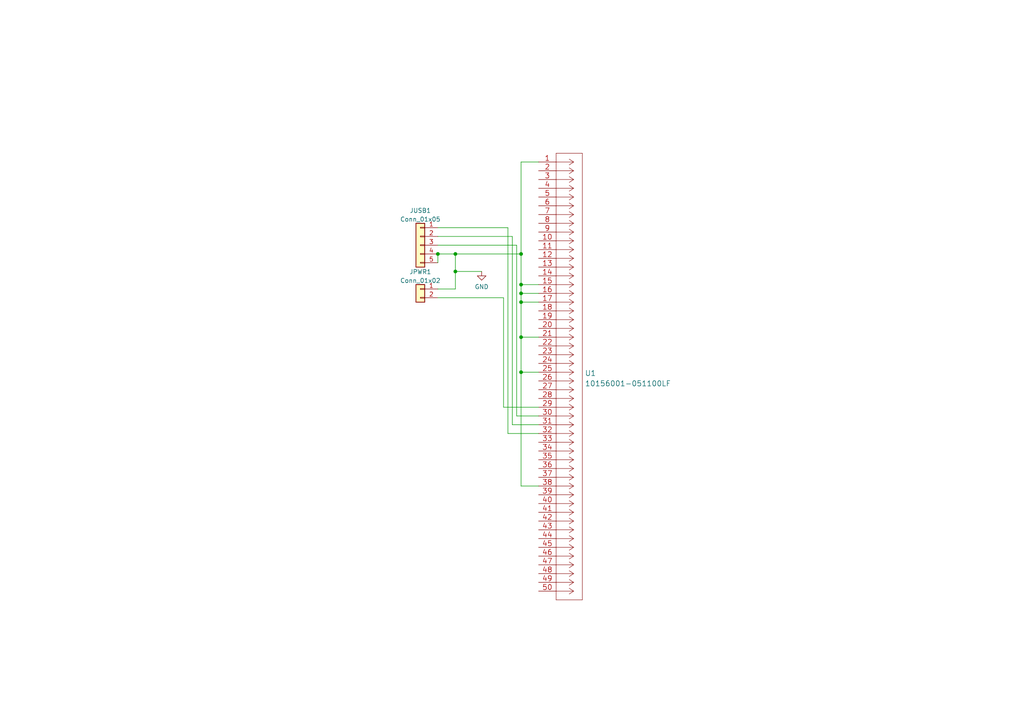
<source format=kicad_sch>
(kicad_sch (version 20211123) (generator eeschema)
  (paper "A4")
  (lib_symbols
    (symbol "2023-04-03_15-33-54:10156001-051100LF" (pin_names (offset 0.254) hide)
      (property "Reference" "U" (at 8.89 6.35 0))
      (property "Value" "10156001-051100LF" (at 10.16 -60.96 0))
      (symbol "10156001-051100LF_1_1"
        (polyline (pts (xy 5.08 -127) (xy 12.7 -127)) (stroke (width 0.127)))
        (polyline (pts (xy 5.08 2.54) (xy 5.08 -127)) (stroke (width 0.127)))
        (polyline (pts (xy 10.16 -124.46) (xy 5.08 -124.46)) (stroke (width 0.127)))
        (polyline (pts (xy 10.16 -124.46) (xy 8.89 -125.2982)) (stroke (width 0.127)))
        (polyline (pts (xy 10.16 -124.46) (xy 8.89 -123.6218)) (stroke (width 0.127)))
        (polyline (pts (xy 10.16 -121.92) (xy 5.08 -121.92)) (stroke (width 0.127)))
        (polyline (pts (xy 10.16 -121.92) (xy 8.89 -122.7582)) (stroke (width 0.127)))
        (polyline (pts (xy 10.16 -121.92) (xy 8.89 -121.0818)) (stroke (width 0.127)))
        (polyline (pts (xy 10.16 -119.38) (xy 5.08 -119.38)) (stroke (width 0.127)))
        (polyline (pts (xy 10.16 -119.38) (xy 8.89 -120.2182)) (stroke (width 0.127)))
        (polyline (pts (xy 10.16 -119.38) (xy 8.89 -118.5418)) (stroke (width 0.127)))
        (polyline (pts (xy 10.16 -116.84) (xy 5.08 -116.84)) (stroke (width 0.127)))
        (polyline (pts (xy 10.16 -116.84) (xy 8.89 -117.6782)) (stroke (width 0.127)))
        (polyline (pts (xy 10.16 -116.84) (xy 8.89 -116.0018)) (stroke (width 0.127)))
        (polyline (pts (xy 10.16 -114.3) (xy 5.08 -114.3)) (stroke (width 0.127)))
        (polyline (pts (xy 10.16 -114.3) (xy 8.89 -115.1382)) (stroke (width 0.127)))
        (polyline (pts (xy 10.16 -114.3) (xy 8.89 -113.4618)) (stroke (width 0.127)))
        (polyline (pts (xy 10.16 -111.76) (xy 5.08 -111.76)) (stroke (width 0.127)))
        (polyline (pts (xy 10.16 -111.76) (xy 8.89 -112.5982)) (stroke (width 0.127)))
        (polyline (pts (xy 10.16 -111.76) (xy 8.89 -110.9218)) (stroke (width 0.127)))
        (polyline (pts (xy 10.16 -109.22) (xy 5.08 -109.22)) (stroke (width 0.127)))
        (polyline (pts (xy 10.16 -109.22) (xy 8.89 -110.0582)) (stroke (width 0.127)))
        (polyline (pts (xy 10.16 -109.22) (xy 8.89 -108.3818)) (stroke (width 0.127)))
        (polyline (pts (xy 10.16 -106.68) (xy 5.08 -106.68)) (stroke (width 0.127)))
        (polyline (pts (xy 10.16 -106.68) (xy 8.89 -107.5182)) (stroke (width 0.127)))
        (polyline (pts (xy 10.16 -106.68) (xy 8.89 -105.8418)) (stroke (width 0.127)))
        (polyline (pts (xy 10.16 -104.14) (xy 5.08 -104.14)) (stroke (width 0.127)))
        (polyline (pts (xy 10.16 -104.14) (xy 8.89 -104.9782)) (stroke (width 0.127)))
        (polyline (pts (xy 10.16 -104.14) (xy 8.89 -103.3018)) (stroke (width 0.127)))
        (polyline (pts (xy 10.16 -101.6) (xy 5.08 -101.6)) (stroke (width 0.127)))
        (polyline (pts (xy 10.16 -101.6) (xy 8.89 -102.4382)) (stroke (width 0.127)))
        (polyline (pts (xy 10.16 -101.6) (xy 8.89 -100.7618)) (stroke (width 0.127)))
        (polyline (pts (xy 10.16 -99.06) (xy 5.08 -99.06)) (stroke (width 0.127)))
        (polyline (pts (xy 10.16 -99.06) (xy 8.89 -99.8982)) (stroke (width 0.127)))
        (polyline (pts (xy 10.16 -99.06) (xy 8.89 -98.2218)) (stroke (width 0.127)))
        (polyline (pts (xy 10.16 -96.52) (xy 5.08 -96.52)) (stroke (width 0.127)))
        (polyline (pts (xy 10.16 -96.52) (xy 8.89 -97.3582)) (stroke (width 0.127)))
        (polyline (pts (xy 10.16 -96.52) (xy 8.89 -95.6818)) (stroke (width 0.127)))
        (polyline (pts (xy 10.16 -93.98) (xy 5.08 -93.98)) (stroke (width 0.127)))
        (polyline (pts (xy 10.16 -93.98) (xy 8.89 -94.8182)) (stroke (width 0.127)))
        (polyline (pts (xy 10.16 -93.98) (xy 8.89 -93.1418)) (stroke (width 0.127)))
        (polyline (pts (xy 10.16 -91.44) (xy 5.08 -91.44)) (stroke (width 0.127)))
        (polyline (pts (xy 10.16 -91.44) (xy 8.89 -92.2782)) (stroke (width 0.127)))
        (polyline (pts (xy 10.16 -91.44) (xy 8.89 -90.6018)) (stroke (width 0.127)))
        (polyline (pts (xy 10.16 -88.9) (xy 5.08 -88.9)) (stroke (width 0.127)))
        (polyline (pts (xy 10.16 -88.9) (xy 8.89 -89.7382)) (stroke (width 0.127)))
        (polyline (pts (xy 10.16 -88.9) (xy 8.89 -88.0618)) (stroke (width 0.127)))
        (polyline (pts (xy 10.16 -86.36) (xy 5.08 -86.36)) (stroke (width 0.127)))
        (polyline (pts (xy 10.16 -86.36) (xy 8.89 -87.1982)) (stroke (width 0.127)))
        (polyline (pts (xy 10.16 -86.36) (xy 8.89 -85.5218)) (stroke (width 0.127)))
        (polyline (pts (xy 10.16 -83.82) (xy 5.08 -83.82)) (stroke (width 0.127)))
        (polyline (pts (xy 10.16 -83.82) (xy 8.89 -84.6582)) (stroke (width 0.127)))
        (polyline (pts (xy 10.16 -83.82) (xy 8.89 -82.9818)) (stroke (width 0.127)))
        (polyline (pts (xy 10.16 -81.28) (xy 5.08 -81.28)) (stroke (width 0.127)))
        (polyline (pts (xy 10.16 -81.28) (xy 8.89 -82.1182)) (stroke (width 0.127)))
        (polyline (pts (xy 10.16 -81.28) (xy 8.89 -80.4418)) (stroke (width 0.127)))
        (polyline (pts (xy 10.16 -78.74) (xy 5.08 -78.74)) (stroke (width 0.127)))
        (polyline (pts (xy 10.16 -78.74) (xy 8.89 -79.5782)) (stroke (width 0.127)))
        (polyline (pts (xy 10.16 -78.74) (xy 8.89 -77.9018)) (stroke (width 0.127)))
        (polyline (pts (xy 10.16 -76.2) (xy 5.08 -76.2)) (stroke (width 0.127)))
        (polyline (pts (xy 10.16 -76.2) (xy 8.89 -77.0382)) (stroke (width 0.127)))
        (polyline (pts (xy 10.16 -76.2) (xy 8.89 -75.3618)) (stroke (width 0.127)))
        (polyline (pts (xy 10.16 -73.66) (xy 5.08 -73.66)) (stroke (width 0.127)))
        (polyline (pts (xy 10.16 -73.66) (xy 8.89 -74.4982)) (stroke (width 0.127)))
        (polyline (pts (xy 10.16 -73.66) (xy 8.89 -72.8218)) (stroke (width 0.127)))
        (polyline (pts (xy 10.16 -71.12) (xy 5.08 -71.12)) (stroke (width 0.127)))
        (polyline (pts (xy 10.16 -71.12) (xy 8.89 -71.9582)) (stroke (width 0.127)))
        (polyline (pts (xy 10.16 -71.12) (xy 8.89 -70.2818)) (stroke (width 0.127)))
        (polyline (pts (xy 10.16 -68.58) (xy 5.08 -68.58)) (stroke (width 0.127)))
        (polyline (pts (xy 10.16 -68.58) (xy 8.89 -69.4182)) (stroke (width 0.127)))
        (polyline (pts (xy 10.16 -68.58) (xy 8.89 -67.7418)) (stroke (width 0.127)))
        (polyline (pts (xy 10.16 -66.04) (xy 5.08 -66.04)) (stroke (width 0.127)))
        (polyline (pts (xy 10.16 -66.04) (xy 8.89 -66.8782)) (stroke (width 0.127)))
        (polyline (pts (xy 10.16 -66.04) (xy 8.89 -65.2018)) (stroke (width 0.127)))
        (polyline (pts (xy 10.16 -63.5) (xy 5.08 -63.5)) (stroke (width 0.127)))
        (polyline (pts (xy 10.16 -63.5) (xy 8.89 -64.3382)) (stroke (width 0.127)))
        (polyline (pts (xy 10.16 -63.5) (xy 8.89 -62.6618)) (stroke (width 0.127)))
        (polyline (pts (xy 10.16 -60.96) (xy 5.08 -60.96)) (stroke (width 0.127)))
        (polyline (pts (xy 10.16 -60.96) (xy 8.89 -61.7982)) (stroke (width 0.127)))
        (polyline (pts (xy 10.16 -60.96) (xy 8.89 -60.1218)) (stroke (width 0.127)))
        (polyline (pts (xy 10.16 -58.42) (xy 5.08 -58.42)) (stroke (width 0.127)))
        (polyline (pts (xy 10.16 -58.42) (xy 8.89 -59.2582)) (stroke (width 0.127)))
        (polyline (pts (xy 10.16 -58.42) (xy 8.89 -57.5818)) (stroke (width 0.127)))
        (polyline (pts (xy 10.16 -55.88) (xy 5.08 -55.88)) (stroke (width 0.127)))
        (polyline (pts (xy 10.16 -55.88) (xy 8.89 -56.7182)) (stroke (width 0.127)))
        (polyline (pts (xy 10.16 -55.88) (xy 8.89 -55.0418)) (stroke (width 0.127)))
        (polyline (pts (xy 10.16 -53.34) (xy 5.08 -53.34)) (stroke (width 0.127)))
        (polyline (pts (xy 10.16 -53.34) (xy 8.89 -54.1782)) (stroke (width 0.127)))
        (polyline (pts (xy 10.16 -53.34) (xy 8.89 -52.5018)) (stroke (width 0.127)))
        (polyline (pts (xy 10.16 -50.8) (xy 5.08 -50.8)) (stroke (width 0.127)))
        (polyline (pts (xy 10.16 -50.8) (xy 8.89 -51.6382)) (stroke (width 0.127)))
        (polyline (pts (xy 10.16 -50.8) (xy 8.89 -49.9618)) (stroke (width 0.127)))
        (polyline (pts (xy 10.16 -48.26) (xy 5.08 -48.26)) (stroke (width 0.127)))
        (polyline (pts (xy 10.16 -48.26) (xy 8.89 -49.0982)) (stroke (width 0.127)))
        (polyline (pts (xy 10.16 -48.26) (xy 8.89 -47.4218)) (stroke (width 0.127)))
        (polyline (pts (xy 10.16 -45.72) (xy 5.08 -45.72)) (stroke (width 0.127)))
        (polyline (pts (xy 10.16 -45.72) (xy 8.89 -46.5582)) (stroke (width 0.127)))
        (polyline (pts (xy 10.16 -45.72) (xy 8.89 -44.8818)) (stroke (width 0.127)))
        (polyline (pts (xy 10.16 -43.18) (xy 5.08 -43.18)) (stroke (width 0.127)))
        (polyline (pts (xy 10.16 -43.18) (xy 8.89 -44.0182)) (stroke (width 0.127)))
        (polyline (pts (xy 10.16 -43.18) (xy 8.89 -42.3418)) (stroke (width 0.127)))
        (polyline (pts (xy 10.16 -40.64) (xy 5.08 -40.64)) (stroke (width 0.127)))
        (polyline (pts (xy 10.16 -40.64) (xy 8.89 -41.4782)) (stroke (width 0.127)))
        (polyline (pts (xy 10.16 -40.64) (xy 8.89 -39.8018)) (stroke (width 0.127)))
        (polyline (pts (xy 10.16 -38.1) (xy 5.08 -38.1)) (stroke (width 0.127)))
        (polyline (pts (xy 10.16 -38.1) (xy 8.89 -38.9382)) (stroke (width 0.127)))
        (polyline (pts (xy 10.16 -38.1) (xy 8.89 -37.2618)) (stroke (width 0.127)))
        (polyline (pts (xy 10.16 -35.56) (xy 5.08 -35.56)) (stroke (width 0.127)))
        (polyline (pts (xy 10.16 -35.56) (xy 8.89 -36.3982)) (stroke (width 0.127)))
        (polyline (pts (xy 10.16 -35.56) (xy 8.89 -34.7218)) (stroke (width 0.127)))
        (polyline (pts (xy 10.16 -33.02) (xy 5.08 -33.02)) (stroke (width 0.127)))
        (polyline (pts (xy 10.16 -33.02) (xy 8.89 -33.8582)) (stroke (width 0.127)))
        (polyline (pts (xy 10.16 -33.02) (xy 8.89 -32.1818)) (stroke (width 0.127)))
        (polyline (pts (xy 10.16 -30.48) (xy 5.08 -30.48)) (stroke (width 0.127)))
        (polyline (pts (xy 10.16 -30.48) (xy 8.89 -31.3182)) (stroke (width 0.127)))
        (polyline (pts (xy 10.16 -30.48) (xy 8.89 -29.6418)) (stroke (width 0.127)))
        (polyline (pts (xy 10.16 -27.94) (xy 5.08 -27.94)) (stroke (width 0.127)))
        (polyline (pts (xy 10.16 -27.94) (xy 8.89 -28.7782)) (stroke (width 0.127)))
        (polyline (pts (xy 10.16 -27.94) (xy 8.89 -27.1018)) (stroke (width 0.127)))
        (polyline (pts (xy 10.16 -25.4) (xy 5.08 -25.4)) (stroke (width 0.127)))
        (polyline (pts (xy 10.16 -25.4) (xy 8.89 -26.2382)) (stroke (width 0.127)))
        (polyline (pts (xy 10.16 -25.4) (xy 8.89 -24.5618)) (stroke (width 0.127)))
        (polyline (pts (xy 10.16 -22.86) (xy 5.08 -22.86)) (stroke (width 0.127)))
        (polyline (pts (xy 10.16 -22.86) (xy 8.89 -23.6982)) (stroke (width 0.127)))
        (polyline (pts (xy 10.16 -22.86) (xy 8.89 -22.0218)) (stroke (width 0.127)))
        (polyline (pts (xy 10.16 -20.32) (xy 5.08 -20.32)) (stroke (width 0.127)))
        (polyline (pts (xy 10.16 -20.32) (xy 8.89 -21.1582)) (stroke (width 0.127)))
        (polyline (pts (xy 10.16 -20.32) (xy 8.89 -19.4818)) (stroke (width 0.127)))
        (polyline (pts (xy 10.16 -17.78) (xy 5.08 -17.78)) (stroke (width 0.127)))
        (polyline (pts (xy 10.16 -17.78) (xy 8.89 -18.6182)) (stroke (width 0.127)))
        (polyline (pts (xy 10.16 -17.78) (xy 8.89 -16.9418)) (stroke (width 0.127)))
        (polyline (pts (xy 10.16 -15.24) (xy 5.08 -15.24)) (stroke (width 0.127)))
        (polyline (pts (xy 10.16 -15.24) (xy 8.89 -16.0782)) (stroke (width 0.127)))
        (polyline (pts (xy 10.16 -15.24) (xy 8.89 -14.4018)) (stroke (width 0.127)))
        (polyline (pts (xy 10.16 -12.7) (xy 5.08 -12.7)) (stroke (width 0.127)))
        (polyline (pts (xy 10.16 -12.7) (xy 8.89 -13.5382)) (stroke (width 0.127)))
        (polyline (pts (xy 10.16 -12.7) (xy 8.89 -11.8618)) (stroke (width 0.127)))
        (polyline (pts (xy 10.16 -10.16) (xy 5.08 -10.16)) (stroke (width 0.127)))
        (polyline (pts (xy 10.16 -10.16) (xy 8.89 -10.9982)) (stroke (width 0.127)))
        (polyline (pts (xy 10.16 -10.16) (xy 8.89 -9.3218)) (stroke (width 0.127)))
        (polyline (pts (xy 10.16 -7.62) (xy 5.08 -7.62)) (stroke (width 0.127)))
        (polyline (pts (xy 10.16 -7.62) (xy 8.89 -8.4582)) (stroke (width 0.127)))
        (polyline (pts (xy 10.16 -7.62) (xy 8.89 -6.7818)) (stroke (width 0.127)))
        (polyline (pts (xy 10.16 -5.08) (xy 5.08 -5.08)) (stroke (width 0.127)))
        (polyline (pts (xy 10.16 -5.08) (xy 8.89 -5.9182)) (stroke (width 0.127)))
        (polyline (pts (xy 10.16 -5.08) (xy 8.89 -4.2418)) (stroke (width 0.127)))
        (polyline (pts (xy 10.16 -2.54) (xy 5.08 -2.54)) (stroke (width 0.127)))
        (polyline (pts (xy 10.16 -2.54) (xy 8.89 -3.3782)) (stroke (width 0.127)))
        (polyline (pts (xy 10.16 -2.54) (xy 8.89 -1.7018)) (stroke (width 0.127)))
        (polyline (pts (xy 10.16 0) (xy 5.08 0)) (stroke (width 0.127)))
        (polyline (pts (xy 10.16 0) (xy 8.89 -0.8382)) (stroke (width 0.127)))
        (polyline (pts (xy 10.16 0) (xy 8.89 0.8382)) (stroke (width 0.127)))
        (polyline (pts (xy 12.7 -127) (xy 12.7 2.54)) (stroke (width 0.127)))
        (polyline (pts (xy 12.7 2.54) (xy 5.08 2.54)) (stroke (width 0.127)))
        (pin unspecified line (at 0 0 0) (length 5.08) (name "1") (number "1"))
        (pin unspecified line (at 0 -22.86 0) (length 5.08) (name "10") (number "10"))
        (pin unspecified line (at 0 -25.4 0) (length 5.08) (name "11") (number "11"))
        (pin unspecified line (at 0 -27.94 0) (length 5.08) (name "12") (number "12"))
        (pin unspecified line (at 0 -30.48 0) (length 5.08) (name "13") (number "13"))
        (pin unspecified line (at 0 -33.02 0) (length 5.08) (name "14") (number "14"))
        (pin unspecified line (at 0 -35.56 0) (length 5.08) (name "15") (number "15"))
        (pin unspecified line (at 0 -38.1 0) (length 5.08) (name "16") (number "16"))
        (pin unspecified line (at 0 -40.64 0) (length 5.08) (name "17") (number "17"))
        (pin unspecified line (at 0 -43.18 0) (length 5.08) (name "18") (number "18"))
        (pin unspecified line (at 0 -45.72 0) (length 5.08) (name "19") (number "19"))
        (pin unspecified line (at 0 -2.54 0) (length 5.08) (name "2") (number "2"))
        (pin unspecified line (at 0 -48.26 0) (length 5.08) (name "20") (number "20"))
        (pin unspecified line (at 0 -50.8 0) (length 5.08) (name "21") (number "21"))
        (pin unspecified line (at 0 -53.34 0) (length 5.08) (name "22") (number "22"))
        (pin unspecified line (at 0 -55.88 0) (length 5.08) (name "23") (number "23"))
        (pin unspecified line (at 0 -58.42 0) (length 5.08) (name "24") (number "24"))
        (pin unspecified line (at 0 -60.96 0) (length 5.08) (name "25") (number "25"))
        (pin unspecified line (at 0 -63.5 0) (length 5.08) (name "26") (number "26"))
        (pin unspecified line (at 0 -66.04 0) (length 5.08) (name "27") (number "27"))
        (pin unspecified line (at 0 -68.58 0) (length 5.08) (name "28") (number "28"))
        (pin unspecified line (at 0 -71.12 0) (length 5.08) (name "29") (number "29"))
        (pin unspecified line (at 0 -5.08 0) (length 5.08) (name "3") (number "3"))
        (pin unspecified line (at 0 -73.66 0) (length 5.08) (name "30") (number "30"))
        (pin unspecified line (at 0 -76.2 0) (length 5.08) (name "31") (number "31"))
        (pin unspecified line (at 0 -78.74 0) (length 5.08) (name "32") (number "32"))
        (pin unspecified line (at 0 -81.28 0) (length 5.08) (name "33") (number "33"))
        (pin unspecified line (at 0 -83.82 0) (length 5.08) (name "34") (number "34"))
        (pin unspecified line (at 0 -86.36 0) (length 5.08) (name "35") (number "35"))
        (pin unspecified line (at 0 -88.9 0) (length 5.08) (name "36") (number "36"))
        (pin unspecified line (at 0 -91.44 0) (length 5.08) (name "37") (number "37"))
        (pin unspecified line (at 0 -93.98 0) (length 5.08) (name "38") (number "38"))
        (pin unspecified line (at 0 -96.52 0) (length 5.08) (name "39") (number "39"))
        (pin unspecified line (at 0 -7.62 0) (length 5.08) (name "4") (number "4"))
        (pin unspecified line (at 0 -99.06 0) (length 5.08) (name "40") (number "40"))
        (pin unspecified line (at 0 -101.6 0) (length 5.08) (name "41") (number "41"))
        (pin unspecified line (at 0 -104.14 0) (length 5.08) (name "42") (number "42"))
        (pin unspecified line (at 0 -106.68 0) (length 5.08) (name "43") (number "43"))
        (pin unspecified line (at 0 -109.22 0) (length 5.08) (name "44") (number "44"))
        (pin unspecified line (at 0 -111.76 0) (length 5.08) (name "45") (number "45"))
        (pin unspecified line (at 0 -114.3 0) (length 5.08) (name "46") (number "46"))
        (pin unspecified line (at 0 -116.84 0) (length 5.08) (name "47") (number "47"))
        (pin unspecified line (at 0 -119.38 0) (length 5.08) (name "48") (number "48"))
        (pin unspecified line (at 0 -121.92 0) (length 5.08) (name "49") (number "49"))
        (pin unspecified line (at 0 -10.16 0) (length 5.08) (name "5") (number "5"))
        (pin unspecified line (at 0 -124.46 0) (length 5.08) (name "50") (number "50"))
        (pin unspecified line (at 0 -12.7 0) (length 5.08) (name "6") (number "6"))
        (pin unspecified line (at 0 -15.24 0) (length 5.08) (name "7") (number "7"))
        (pin unspecified line (at 0 -17.78 0) (length 5.08) (name "8") (number "8"))
        (pin unspecified line (at 0 -20.32 0) (length 5.08) (name "9") (number "9"))
      )
    )
    (symbol "Connector_Generic:Conn_01x02" (pin_names (offset 1.016) hide)
      (property "Reference" "J" (at 0 2.54 0))
      (property "Value" "Conn_01x02" (at 0 -5.08 0))
      (symbol "Conn_01x02_1_1"
        (rectangle (start -1.27 -2.413) (end 0 -2.667) (stroke (width 0.1524)))
        (rectangle (start -1.27 0.127) (end 0 -0.127) (stroke (width 0.1524)))
        (rectangle (start -1.27 1.27) (end 1.27 -3.81) (stroke (width 0.254)) (fill (type background)))
        (pin passive line (at -5.08 0 0) (length 3.81) (name "Pin_1") (number "1"))
        (pin passive line (at -5.08 -2.54 0) (length 3.81) (name "Pin_2") (number "2"))
      )
    )
    (symbol "Connector_Generic:Conn_01x05" (pin_names (offset 1.016) hide)
      (property "Reference" "J" (at 0 7.62 0))
      (property "Value" "Conn_01x05" (at 0 -7.62 0))
      (symbol "Conn_01x05_1_1"
        (rectangle (start -1.27 -4.953) (end 0 -5.207) (stroke (width 0.1524)))
        (rectangle (start -1.27 -2.413) (end 0 -2.667) (stroke (width 0.1524)))
        (rectangle (start -1.27 0.127) (end 0 -0.127) (stroke (width 0.1524)))
        (rectangle (start -1.27 2.667) (end 0 2.413) (stroke (width 0.1524)))
        (rectangle (start -1.27 5.207) (end 0 4.953) (stroke (width 0.1524)))
        (rectangle (start -1.27 6.35) (end 1.27 -6.35) (stroke (width 0.254)) (fill (type background)))
        (pin passive line (at -5.08 5.08 0) (length 3.81) (name "Pin_1") (number "1"))
        (pin passive line (at -5.08 2.54 0) (length 3.81) (name "Pin_2") (number "2"))
        (pin passive line (at -5.08 0 0) (length 3.81) (name "Pin_3") (number "3"))
        (pin passive line (at -5.08 -2.54 0) (length 3.81) (name "Pin_4") (number "4"))
        (pin passive line (at -5.08 -5.08 0) (length 3.81) (name "Pin_5") (number "5"))
      )
    )
    (symbol "power:GND" (power) (pin_names (offset 0))
      (property "Value" "GND" (at 0 -3.81 0))
      (symbol "GND_0_1"
        (polyline (pts (xy 0 0) (xy 0 -1.27) (xy 1.27 -1.27) (xy 0 -2.54) (xy -1.27 -1.27) (xy 0 -1.27)))
      )
      (symbol "GND_1_1"
        (pin power_in line (at 0 0 270) (length 0) hide (name "GND") (number "1"))
      )
    )
  )
  (junction (at 151.13 97.79))
  (junction (at 151.13 85.09))
  (junction (at 151.13 107.95))
  (junction (at 132.08 73.66))
  (junction (at 151.13 73.66))
  (junction (at 151.13 87.63))
  (junction (at 132.08 78.74))
  (junction (at 127 73.66))
  (junction (at 151.13 82.55))
  (wire (pts (xy 127 83.82) (xy 132.08 83.82)))
  (wire (pts (xy 156.21 140.97) (xy 151.13 140.97)))
  (wire (pts (xy 139.7 78.74) (xy 132.08 78.74)))
  (wire (pts (xy 156.21 118.11) (xy 146.05 118.11)))
  (wire (pts (xy 132.08 73.66) (xy 127 73.66)))
  (wire (pts (xy 148.59 123.19) (xy 148.59 68.58)))
  (wire (pts (xy 147.32 125.73) (xy 147.32 66.04)))
  (wire (pts (xy 151.13 73.66) (xy 151.13 82.55)))
  (wire (pts (xy 151.13 85.09) (xy 151.13 87.63)))
  (wire (pts (xy 151.13 97.79) (xy 151.13 107.95)))
  (wire (pts (xy 156.21 123.19) (xy 148.59 123.19)))
  (wire (pts (xy 156.21 85.09) (xy 151.13 85.09)))
  (wire (pts (xy 149.86 71.12) (xy 127 71.12)))
  (wire (pts (xy 132.08 78.74) (xy 132.08 73.66)))
  (wire (pts (xy 127 76.2) (xy 127 73.66)))
  (wire (pts (xy 147.32 66.04) (xy 127 66.04)))
  (wire (pts (xy 156.21 46.99) (xy 151.13 46.99)))
  (wire (pts (xy 151.13 107.95) (xy 156.21 107.95)))
  (wire (pts (xy 151.13 140.97) (xy 151.13 107.95)))
  (wire (pts (xy 156.21 82.55) (xy 151.13 82.55)))
  (wire (pts (xy 148.59 68.58) (xy 127 68.58)))
  (wire (pts (xy 149.86 120.65) (xy 149.86 71.12)))
  (wire (pts (xy 146.05 118.11) (xy 146.05 86.36)))
  (wire (pts (xy 156.21 120.65) (xy 149.86 120.65)))
  (wire (pts (xy 146.05 86.36) (xy 127 86.36)))
  (wire (pts (xy 156.21 87.63) (xy 151.13 87.63)))
  (wire (pts (xy 156.21 97.79) (xy 151.13 97.79)))
  (wire (pts (xy 151.13 46.99) (xy 151.13 73.66)))
  (wire (pts (xy 132.08 83.82) (xy 132.08 78.74)))
  (wire (pts (xy 156.21 125.73) (xy 147.32 125.73)))
  (wire (pts (xy 151.13 73.66) (xy 132.08 73.66)))
  (wire (pts (xy 151.13 82.55) (xy 151.13 85.09)))
  (wire (pts (xy 151.13 87.63) (xy 151.13 97.79)))
  (symbol (lib_id "power:GND") (at 139.7 78.74 0) (unit 1)
    (property "Reference" "#PWR?" (effects hide))
    (property "Value" "GND" (at 139.7 83.1834 0))
  )
  (symbol (lib_id "2023-04-03_15-33-54:10156001-051100LF") (at 156.21 46.99 0) (unit 1)
    (property "Reference" "U1" (at 169.6085 108.2438 0) (effects (font (size 1.524 1.524)) (justify left)))
    (property "Value" "10156001-051100LF" (at 169.6085 111.2372 0) (effects (font (size 1.524 1.524)) (justify left)))
    (property "Footprint" "footprints:10156001-051100LF" (effects hide))
    (property "LCSC" "C3643393" (effects hide))
  )
  (symbol (lib_id "Connector_Generic:Conn_01x05") (at 121.92 71.12 0) (mirror y) (unit 1)
    (property "Reference" "JUSB1" (at 121.92 61.0702 0))
    (property "Value" "Conn_01x05" (at 121.92 63.6071 0))
    (property "Footprint" "Connector_PinSocket_2.54mm:PinSocket_1x05_P2.54mm_Vertical" (effects hide))
  )
  (symbol (lib_id "Connector_Generic:Conn_01x02") (at 121.92 83.82 0) (mirror y) (unit 1)
    (property "Reference" "JPWR1" (at 121.92 78.8502 0))
    (property "Value" "Conn_01x02" (at 121.92 81.3871 0))
    (property "Footprint" "Connector_PinSocket_2.54mm:PinSocket_1x02_P2.54mm_Vertical" (effects hide))
  )
)
</source>
